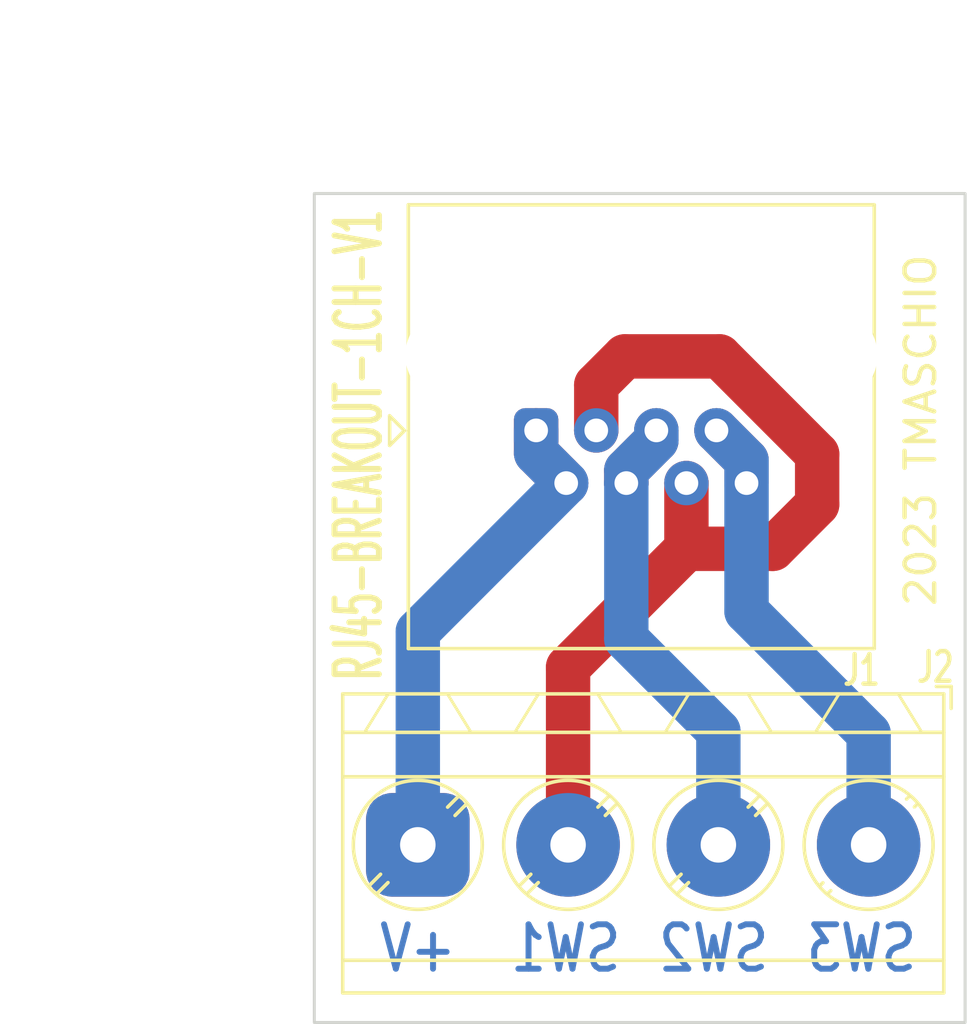
<source format=kicad_pcb>
(kicad_pcb (version 20221018) (generator pcbnew)
  (title_block (title "1 channel RJ45 breakout board") (date "2022-04-01") (rev "V1"))
  (layers (0 "F.Cu" signal) (31 "B.Cu" signal) (34 "B.Paste" user) (35 "F.Paste" user) (36 "B.SilkS" user "B.Silkscreen") (37 "F.SilkS" user "F.Silkscreen") (38 "B.Mask" user) (39 "F.Mask" user) (44 "Edge.Cuts" user))
  (net 0 "")
  (net 1 "Net-(J2-Pin_1)")
  (net 2 "Net-(J2-Pin_2)")
  (net 3 "Net-(J2-Pin_3)")
  (net 4 "Net-(J2-Pin_4)")
  (footprint "Tales:TerminalBlock_Dibo_DB128L-5.08-4P_1x04_P5.08mm_Horizontal" (layer "F.Cu") (at 133.5 114)
    (fp_text reference "J2" (at 17.5 -6) (layer "F.SilkS") (effects (font (size 1 0.7))))
    (fp_text value "1x4P 5,08 SCREW")
    (fp_line (start -2.54 5) (end -2.54 -5.1) (stroke (width 0.12)) (layer "F.SilkS"))
    (fp_line (start -1.654 1.388) (end -1.259 0.992) (stroke (width 0.12)) (layer "F.SilkS"))
    (fp_line (start -1.388 1.654) (end -1.008 1.274) (stroke (width 0.12)) (layer "F.SilkS"))
    (fp_line (start -1 -5.1) (end -1.8 -3.8) (stroke (width 0.1)) (layer "F.SilkS"))
    (fp_line (start 1 -5.1) (end 1.8 -3.8) (stroke (width 0.1)) (layer "F.SilkS"))
    (fp_line (start 1.007 -1.274) (end 1.387 -1.654) (stroke (width 0.12)) (layer "F.SilkS"))
    (fp_line (start 1.258 -0.992) (end 1.653 -1.388) (stroke (width 0.12)) (layer "F.SilkS"))
    (fp_line (start 3.426 1.388) (end 3.821 0.992) (stroke (width 0.12)) (layer "F.SilkS"))
    (fp_line (start 3.692 1.654) (end 4.072 1.274) (stroke (width 0.12)) (layer "F.SilkS"))
    (fp_line (start 4.08 -5.1) (end 3.28 -3.8) (stroke (width 0.1)) (layer "F.SilkS"))
    (fp_line (start 6.08 -5.1) (end 6.88 -3.8) (stroke (width 0.1)) (layer "F.SilkS"))
    (fp_line (start 6.087 -1.274) (end 6.467 -1.654) (stroke (width 0.12)) (layer "F.SilkS"))
    (fp_line (start 6.338 -0.992) (end 6.733 -1.388) (stroke (width 0.12)) (layer "F.SilkS"))
    (fp_line (start 8.506 1.388) (end 8.901 0.992) (stroke (width 0.12)) (layer "F.SilkS"))
    (fp_line (start 8.772 1.654) (end 9.152 1.274) (stroke (width 0.12)) (layer "F.SilkS"))
    (fp_line (start 9.16 -5.1) (end 8.36 -3.8) (stroke (width 0.1)) (layer "F.SilkS"))
    (fp_line (start 11.16 -5.1) (end 11.96 -3.8) (stroke (width 0.1)) (layer "F.SilkS"))
    (fp_line (start 11.167 -1.274) (end 11.547 -1.654) (stroke (width 0.12)) (layer "F.SilkS"))
    (fp_line (start 11.418 -0.992) (end 11.813 -1.388) (stroke (width 0.12)) (layer "F.SilkS"))
    (fp_line (start 13.586 1.388) (end 13.693 1.281) (stroke (width 0.12)) (layer "F.SilkS"))
    (fp_line (start 13.852 1.654) (end 13.959 1.547) (stroke (width 0.12)) (layer "F.SilkS"))
    (fp_line (start 14.24 -5.1) (end 13.44 -3.8) (stroke (width 0.1)) (layer "F.SilkS"))
    (fp_line (start 16.24 -5.1) (end 17.04 -3.8) (stroke (width 0.1)) (layer "F.SilkS"))
    (fp_line (start 16.522 -1.547) (end 16.628 -1.654) (stroke (width 0.12)) (layer "F.SilkS"))
    (fp_line (start 16.788 -1.281) (end 16.894 -1.388) (stroke (width 0.12)) (layer "F.SilkS"))
    (fp_line (start 17.78 -5.1) (end -2.54 -5.1) (stroke (width 0.12)) (layer "F.SilkS"))
    (fp_line (start 17.78 -3.8) (end -2.54 -3.8) (stroke (width 0.12)) (layer "F.SilkS"))
    (fp_line (start 17.78 -2.3) (end -2.54 -2.3) (stroke (width 0.12)) (layer "F.SilkS"))
    (fp_line (start 17.78 3.9) (end -2.54 3.9) (stroke (width 0.12)) (layer "F.SilkS"))
    (fp_line (start 17.78 5) (end -2.54 5) (stroke (width 0.12)) (layer "F.SilkS"))
    (fp_line (start 17.78 5) (end 17.78 -5.1) (stroke (width 0.12)) (layer "F.SilkS"))
    (fp_line (start 18.03 -5.35) (end 17.53 -5.35) (stroke (width 0.12)) (layer "F.SilkS"))
    (fp_line (start 18.03 -4.61) (end 18.03 -5.35) (stroke (width 0.12)) (layer "F.SilkS"))
    (fp_circle (center 0 0) (end -2.18 0) (stroke (width 0.12)) (fill none) (layer "F.SilkS"))
    (fp_circle (center 5.08 0) (end 2.9 0) (stroke (width 0.12)) (fill none) (layer "F.SilkS"))
    (fp_circle (center 10.16 0) (end 7.98 0) (stroke (width 0.12)) (fill none) (layer "F.SilkS"))
    (fp_circle (center 15.24 0) (end 13.06 0) (stroke (width 0.12)) (fill none) (layer "F.SilkS"))
    (pad "1" thru_hole roundrect (at 0 0) (size 3.5 3.5) (drill 1.2) (layers "*.Cu" "*.Mask") (net 1 "Net-(J2-Pin_1)"))
    (pad "2" thru_hole circle (at 5.08 0) (size 3.5 3.5) (drill 1.2) (layers "*.Cu" "*.Mask") (net 2 "Net-(J2-Pin_2)"))
    (pad "3" thru_hole circle (at 10.16 0) (size 3.5 3.5) (drill 1.2) (layers "*.Cu" "*.Mask") (net 3 "Net-(J2-Pin_3)"))
    (pad "4" thru_hole circle (at 15.24 0) (size 3.5 3.5) (drill 1.2) (layers "*.Cu" "*.Mask") (net 4 "Net-(J2-Pin_4)"))
  )
  (footprint "Tales:RJ45_CKMTW_R-RJ45R08P-A004" (layer "F.Cu") (at 137.5 100 180)
    (fp_text reference "J1" (at -11 -8.1) (layer "F.SilkS") (effects (font (size 1 0.7))))
    (fp_text value "RJ45")
    (fp_line (start -11.43 -7.37) (end -11.43 7.62) (stroke (width 0.12)) (layer "F.SilkS"))
    (fp_line (start 4.32 -7.37) (end -11.43 -7.37) (stroke (width 0.12)) (layer "F.SilkS"))
    (fp_line (start 4.32 -7.37) (end 4.32 7.62) (stroke (width 0.12)) (layer "F.SilkS"))
    (fp_line (start 4.32 7.62) (end -11.43 7.62) (stroke (width 0.12)) (layer "F.SilkS"))
    (fp_line (start 4.453 -0.008) (end 4.953 -0.508) (stroke (width 0.12)) (layer "F.SilkS"))
    (fp_line (start 4.953 -0.508) (end 4.953 0.492) (stroke (width 0.12)) (layer "F.SilkS"))
    (fp_line (start 4.953 0.492) (end 4.453 -0.008) (stroke (width 0.12)) (layer "F.SilkS"))
    (pad "" np_thru_hole circle (at -9.91 2.54) (size 3.25 3.25) (drill 3.25) (layers "*.Cu" "*.Mask"))
    (pad "" np_thru_hole circle (at 2.79 2.54) (size 3.25 3.25) (drill 3.25) (layers "*.Cu" "*.Mask"))
    (pad "1" thru_hole roundrect (at 0 0) (size 1.5 1.5) (drill 0.8) (layers "*.Cu" "*.Mask") (net 1 "Net-(J2-Pin_1)"))
    (pad "2" thru_hole circle (at -1.016 -1.78) (size 1.5 1.5) (drill 0.8) (layers "*.Cu" "*.Mask") (net 1 "Net-(J2-Pin_1)"))
    (pad "3" thru_hole circle (at -2.032 0) (size 1.5 1.5) (drill 0.8) (layers "*.Cu" "*.Mask") (net 2 "Net-(J2-Pin_2)"))
    (pad "4" thru_hole circle (at -3.048 -1.78) (size 1.5 1.5) (drill 0.8) (layers "*.Cu" "*.Mask") (net 3 "Net-(J2-Pin_3)"))
    (pad "5" thru_hole circle (at -4.064 0) (size 1.5 1.5) (drill 0.8) (layers "*.Cu" "*.Mask") (net 3 "Net-(J2-Pin_3)"))
    (pad "6" thru_hole circle (at -5.08 -1.78) (size 1.5 1.5) (drill 0.8) (layers "*.Cu" "*.Mask") (net 2 "Net-(J2-Pin_2)"))
    (pad "7" thru_hole circle (at -6.096 0) (size 1.5 1.5) (drill 0.8) (layers "*.Cu" "*.Mask") (net 4 "Net-(J2-Pin_4)"))
    (pad "8" thru_hole circle (at -7.112 -1.78) (size 1.5 1.5) (drill 0.8) (layers "*.Cu" "*.Mask") (net 4 "Net-(J2-Pin_4)"))
  )
  (gr_rect (start 130 92) (end 152 120) (stroke (width 0.1)) (fill none) (layer "Edge.Cuts"))
  (gr_text "+V" (at 133.5 117.5) (layer "B.Cu") (effects (font (size 1.5 1.2) (thickness 0.2)) (justify mirror)))
  (gr_text "SW2" (at 143.5 117.5) (layer "B.Cu") (effects (font (size 1.5 1.2) (thickness 0.2)) (justify mirror)))
  (gr_text "SW3" (at 148.5 117.5) (layer "B.Cu") (effects (font (size 1.5 1.2) (thickness 0.2)) (justify mirror)))
  (gr_text "SW1" (at 138.5 117.5) (layer "B.Cu") (effects (font (size 1.5 1.2) (thickness 0.2)) (justify mirror)))
  (gr_text "RJ45-BREAKOUT-1CH-V1" (at 131.5 100.5 90) (layer "F.SilkS") (effects (font (size 1.5 0.8) (thickness 0.2) bold)))
  (gr_text "2023 TMASCHIO" (at 150.5 100 90) (layer "F.SilkS") (effects (font (size 1 1))))
  (segment (start 137.5 100.764) (end 138.516 101.78) (width 1.5) (layer "F.Cu") (net 1))
  (segment (start 137.5 100) (end 137.5 100.764) (width 1.5) (layer "F.Cu") (net 1))
  (segment (start 133.5 106.796) (end 133.5 114) (width 1.5) (layer "B.Cu") (net 1))
  (segment (start 137.5 100.764) (end 137.5 100) (width 1.5) (layer "B.Cu") (net 1))
  (segment (start 138.516 101.78) (end 133.5 106.796) (width 1.5) (layer "B.Cu") (net 1))
  (segment (start 138.516 101.78) (end 137.5 100.764) (width 1.5) (layer "B.Cu") (net 1))
  (segment (start 139.532 100) (end 139.532 98.468) (width 1.5) (layer "F.Cu") (net 2))
  (segment (start 138.58 108) (end 138.58 114) (width 1.5) (layer "F.Cu") (net 2))
  (segment (start 139.532 98.468) (end 140.5 97.5) (width 1.5) (layer "F.Cu") (net 2))
  (segment (start 147 102.5) (end 145.5 104) (width 1.5) (layer "F.Cu") (net 2))
  (segment (start 143.7 97.5) (end 147 100.8) (width 1.5) (layer "F.Cu") (net 2))
  (segment (start 147 100.8) (end 147 102.5) (width 1.5) (layer "F.Cu") (net 2))
  (segment (start 140.5 97.5) (end 143.7 97.5) (width 1.5) (layer "F.Cu") (net 2))
  (segment (start 142.58 104) (end 142.58 101.78) (width 1.5) (layer "F.Cu") (net 2))
  (segment (start 142.58 104) (end 138.58 108) (width 1.5) (layer "F.Cu") (net 2))
  (segment (start 145.5 104) (end 142.58 104) (width 1.5) (layer "F.Cu") (net 2))
  (segment (start 140.548 101.78) (end 140.548 101.352) (width 1.5) (layer "F.Cu") (net 3))
  (segment (start 141.564 100.336) (end 141.564 100) (width 1.5) (layer "F.Cu") (net 3))
  (segment (start 140.548 101.352) (end 141.564 100.336) (width 1.5) (layer "F.Cu") (net 3))
  (segment (start 140.548 101.352) (end 141.564 100.336) (width 1.5) (layer "B.Cu") (net 3))
  (segment (start 140.548 101.78) (end 140.548 101.352) (width 1.5) (layer "B.Cu") (net 3))
  (segment (start 141.564 100.336) (end 141.564 100) (width 1.5) (layer "B.Cu") (net 3))
  (segment (start 143.66 114) (end 143.66 110.16) (width 1.5) (layer "B.Cu") (net 3))
  (segment (start 140.548 107.048) (end 140.548 101.78) (width 1.5) (layer "B.Cu") (net 3))
  (segment (start 143.66 110.16) (end 140.548 107.048) (width 1.5) (layer "B.Cu") (net 3))
  (segment (start 144.612 101.016) (end 144.612 101.78) (width 1.5) (layer "F.Cu") (net 4))
  (segment (start 143.596 100) (end 144.612 101.016) (width 1.5) (layer "F.Cu") (net 4))
  (segment (start 144.612 101.78) (end 144.612 106.112) (width 1.5) (layer "B.Cu") (net 4))
  (segment (start 144.612 101.016) (end 143.596 100) (width 1.5) (layer "B.Cu") (net 4))
  (segment (start 144.612 101.78) (end 144.612 101.016) (width 1.5) (layer "B.Cu") (net 4))
  (segment (start 144.612 106.112) (end 148.74 110.24) (width 1.5) (layer "B.Cu") (net 4))
  (segment (start 148.74 110.24) (end 148.74 114) (width 1.5) (layer "B.Cu") (net 4))
)
</source>
